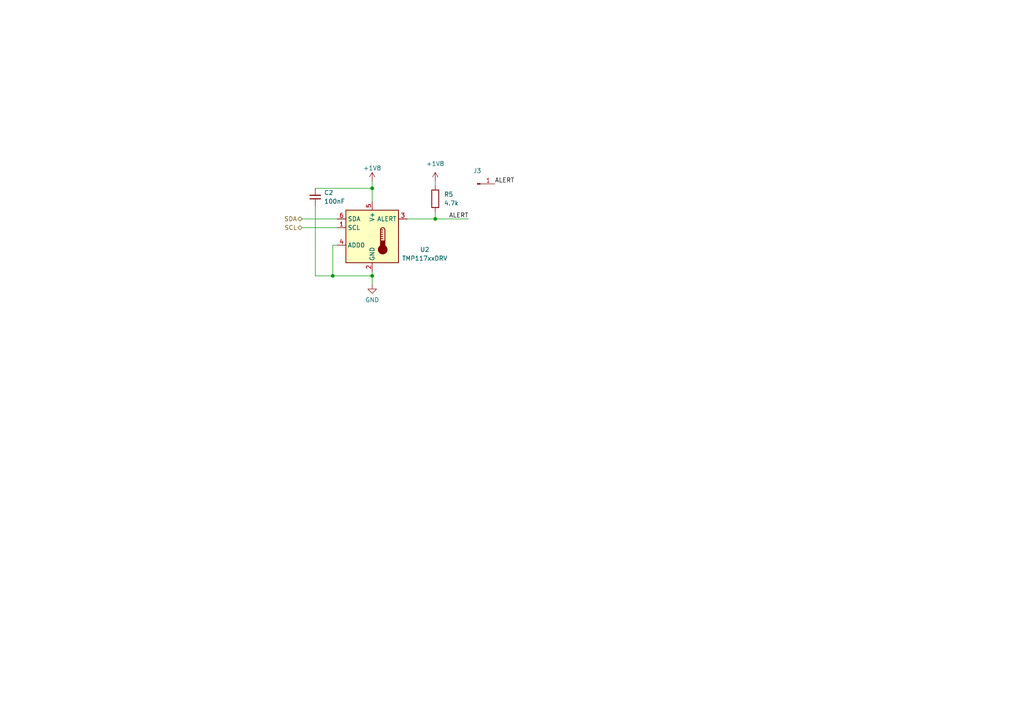
<source format=kicad_sch>
(kicad_sch (version 20231120) (generator "eeschema") (generator_version "8.0")
  (paper "A4")
  (lib_symbols
    (symbol "Connector:Conn_01x01_Pin" (pin_names (offset 1.016) hide)
      (property "Reference" "J" (at 0 2.54 0))
      (property "Value" "Conn_01x01_Pin" (at 0 -2.54 0))
      (symbol "Conn_01x01_Pin_1_1"
        (polyline (pts (xy 1.27 0) (xy 0.8636 0)) (stroke (width 0.1524)))
        (rectangle (start 0.8636 0.127) (end 0 -0.127) (stroke (width 0.1524)) (fill (type outline)))
        (pin passive line (at 5.08 0 180) (length 3.81) (name "Pin_1") (number "1"))
      )
    )
    (symbol "Device:C_Small" (pin_numbers hide) (pin_names (offset 0.254) hide)
      (property "Reference" "C" (at 0.254 1.778 0))
      (property "Value" "C_Small" (at 0.254 -2.032 0))
      (symbol "C_Small_0_1"
        (polyline (pts (xy -1.524 -0.508) (xy 1.524 -0.508)) (stroke (width 0.3302)))
        (polyline (pts (xy -1.524 0.508) (xy 1.524 0.508)) (stroke (width 0.3048)))
      )
      (symbol "C_Small_1_1"
        (pin passive line (at 0 2.54 270) (length 2.032) (name "~") (number "1"))
        (pin passive line (at 0 -2.54 90) (length 2.032) (name "~") (number "2"))
      )
    )
    (symbol "Device:R" (pin_numbers hide) (pin_names (offset 0))
      (property "Reference" "R" (at 2.032 0 90))
      (property "Value" "R" (at 0 0 90))
      (symbol "R_0_1"
        (rectangle (start -1.016 -2.54) (end 1.016 2.54) (stroke (width 0.254)))
      )
      (symbol "R_1_1"
        (pin passive line (at 0 3.81 270) (length 1.27) (name "~") (number "1"))
        (pin passive line (at 0 -3.81 90) (length 1.27) (name "~") (number "2"))
      )
    )
    (symbol "Sensor_Temperature:TMP117xxDRV"
      (property "Reference" "U" (at -2.54 10.795 0))
      (property "Value" "TMP117xxDRV" (at -2.54 8.89 0))
      (symbol "TMP117xxDRV_0_1"
        (rectangle (start -7.62 7.62) (end 7.62 -7.62) (stroke (width 0.254)) (fill (type background)))
      )
      (symbol "TMP117xxDRV_1_1"
        (polyline (pts (xy 2.413 -0.635) (xy 3.048 -0.635)) (stroke (width 0.254)))
        (polyline (pts (xy 2.413 0) (xy 3.048 0)) (stroke (width 0.254)))
        (polyline (pts (xy 2.413 0.635) (xy 3.048 0.635)) (stroke (width 0.254)))
        (polyline (pts (xy 2.413 1.27) (xy 3.048 1.27)) (stroke (width 0.254)))
        (polyline (pts (xy 2.413 1.905) (xy 2.413 -1.27)) (stroke (width 0.254)))
        (polyline (pts (xy 2.413 1.905) (xy 3.048 1.905)) (stroke (width 0.254)))
        (polyline (pts (xy 3.683 1.905) (xy 3.683 -1.27)) (stroke (width 0.254)))
        (circle (center 3.048 -3.81) (radius 1.27) (stroke (width 0.254)) (fill (type outline)))
        (rectangle (start 3.683 -3.175) (end 2.413 -1.27) (stroke (width 0.254)) (fill (type outline)))
        (arc (start 3.683 1.905) (mid 3.048 2.5373) (end 2.413 1.905) (stroke (width 0.254)))
        (pin input line (at -10.16 2.54 0) (length 2.54) (name "SCL") (number "1"))
        (pin power_in line (at 0 -10.16 90) (length 2.54) (name "GND") (number "2"))
        (pin open_collector line (at 10.16 5.08 180) (length 2.54) (name "ALERT") (number "3"))
        (pin input line (at -10.16 -2.54 0) (length 2.54) (name "ADD0") (number "4"))
        (pin power_in line (at 0 10.16 270) (length 2.54) (name "V+") (number "5"))
        (pin bidirectional line (at -10.16 5.08 0) (length 2.54) (name "SDA") (number "6"))
      )
    )
    (symbol "power:+1V8" (power) (pin_numbers hide) (pin_names (offset 0) hide)
      (property "Value" "+1V8" (at 0 3.556 0))
      (symbol "+1V8_0_1"
        (polyline (pts (xy -0.762 1.27) (xy 0 2.54)))
        (polyline (pts (xy 0 0) (xy 0 2.54)))
        (polyline (pts (xy 0 2.54) (xy 0.762 1.27)))
      )
      (symbol "+1V8_1_1"
        (pin power_in line (at 0 0 90) (length 0) (name "~") (number "1"))
      )
    )
    (symbol "power:GND" (power) (pin_numbers hide) (pin_names (offset 0) hide)
      (property "Value" "GND" (at 0 -3.81 0))
      (symbol "GND_0_1"
        (polyline (pts (xy 0 0) (xy 0 -1.27) (xy 1.27 -1.27) (xy 0 -2.54) (xy -1.27 -1.27) (xy 0 -1.27)))
      )
      (symbol "GND_1_1"
        (pin power_in line (at 0 0 270) (length 0) (name "~") (number "1"))
      )
    )
  )
  (junction (at 126.238 63.5))
  (junction (at 107.95 54.61))
  (junction (at 96.52 80.01))
  (junction (at 107.95 80.01))
  (wire (pts (xy 87.63 63.5) (xy 97.79 63.5)))
  (wire (pts (xy 91.44 54.61) (xy 107.95 54.61)))
  (wire (pts (xy 96.52 80.01) (xy 107.95 80.01)))
  (wire (pts (xy 107.95 78.74) (xy 107.95 80.01)))
  (wire (pts (xy 126.238 61.468) (xy 126.238 63.5)))
  (wire (pts (xy 107.95 52.578) (xy 107.95 54.61)))
  (wire (pts (xy 91.44 59.69) (xy 91.44 80.01)))
  (wire (pts (xy 91.44 80.01) (xy 96.52 80.01)))
  (wire (pts (xy 96.52 71.12) (xy 96.52 80.01)))
  (wire (pts (xy 87.63 66.04) (xy 97.79 66.04)))
  (wire (pts (xy 126.238 63.5) (xy 118.11 63.5)))
  (wire (pts (xy 126.238 53.848) (xy 126.238 52.578)))
  (wire (pts (xy 107.95 54.61) (xy 107.95 58.42)))
  (wire (pts (xy 135.89 63.5) (xy 126.238 63.5)))
  (wire (pts (xy 107.95 80.01) (xy 107.95 82.55)))
  (wire (pts (xy 96.52 71.12) (xy 97.79 71.12)))
  (label "ALERT" (at 143.51 53.34 0))
  (label "ALERT" (at 135.89 63.5 180))
  (hierarchical_label "SDA" (shape bidirectional) (at 87.63 63.5 180))
  (hierarchical_label "SCL" (shape bidirectional) (at 87.63 66.04 180))
  (symbol (lib_id "power:+1V8") (at 107.95 52.578 0) (unit 1)
    (property "Reference" "#PWR010" (effects (hide yes)))
    (property "Value" "+1V8" (at 107.95 48.768 0))
    (property "Description" "Power symbol creates a global label with name \"+1V8\"" (effects (hide yes)))
  )
  (symbol (lib_id "Connector:Conn_01x01_Pin") (at 138.43 53.34 0) (unit 1)
    (property "Reference" "J3" (at 138.43 49.53 0))
    (property "Value" "Conn_01x01_Pin" (effects (hide yes)))
    (property "Footprint" "Connector_PinHeader_2.54mm:PinHeader_1x01_P2.54mm_Vertical" (effects (hide yes)))
    (property "Description" "Generic connector, single row, 01x01, script generated" (effects (hide yes)))
  )
  (symbol (lib_id "Device:C_Small") (at 91.44 57.15 180) (unit 1)
    (property "Reference" "C2" (at 93.98 55.8735 0) (effects (justify right)))
    (property "Value" "100nF" (at 93.98 58.4135 0) (effects (justify right)))
    (property "Footprint" "Capacitor_SMD:C_0603_1608Metric" (effects (hide yes)))
    (property "Description" "Unpolarized capacitor, small symbol" (effects (hide yes)))
    (property "LCSC" "C307331" (effects (hide yes)))
  )
  (symbol (lib_id "Sensor_Temperature:TMP117xxDRV") (at 107.95 68.58 0) (unit 1)
    (property "Reference" "U2" (at 123.19 72.39 0))
    (property "Value" "TMP117xxDRV" (at 123.19 74.93 0))
    (property "Footprint" "Package_SON:WSON-6-1EP_2x2mm_P0.65mm_EP1x1.6mm" (effects (hide yes)))
    (property "Datasheet" "https://www.ti.com/lit/ds/symlink/tmp117.pdf" (effects (hide yes)))
    (property "Extended" "1" (effects (hide yes)))
    (property "LCSC" "C699536" (effects (hide yes)))
    (property "Populate" "Yes" (effects (hide yes)))
  )
  (symbol (lib_id "power:+1V8") (at 126.238 52.578 0) (unit 1)
    (property "Reference" "#PWR012" (effects (hide yes)))
    (property "Value" "+1V8" (at 126.238 47.498 0))
    (property "Description" "Power symbol creates a global label with name \"+1V8\"" (effects (hide yes)))
  )
  (symbol (lib_id "power:GND") (at 107.95 82.55 0) (unit 1)
    (property "Reference" "#PWR011" (effects (hide yes)))
    (property "Value" "GND" (at 107.95 86.995 0))
  )
  (symbol (lib_id "Device:R") (at 126.238 57.658 180) (unit 1)
    (property "Reference" "R5" (at 128.778 56.3879 0) (effects (justify right)))
    (property "Value" "4.7k" (at 128.778 58.9279 0) (effects (justify right)))
    (property "Footprint" "Resistor_SMD:R_0603_1608Metric" (effects (hide yes)))
    (property "Description" "Resistor" (effects (hide yes)))
    (property "LCSC" "C25900" (effects (hide yes)))
  )
)
</source>
